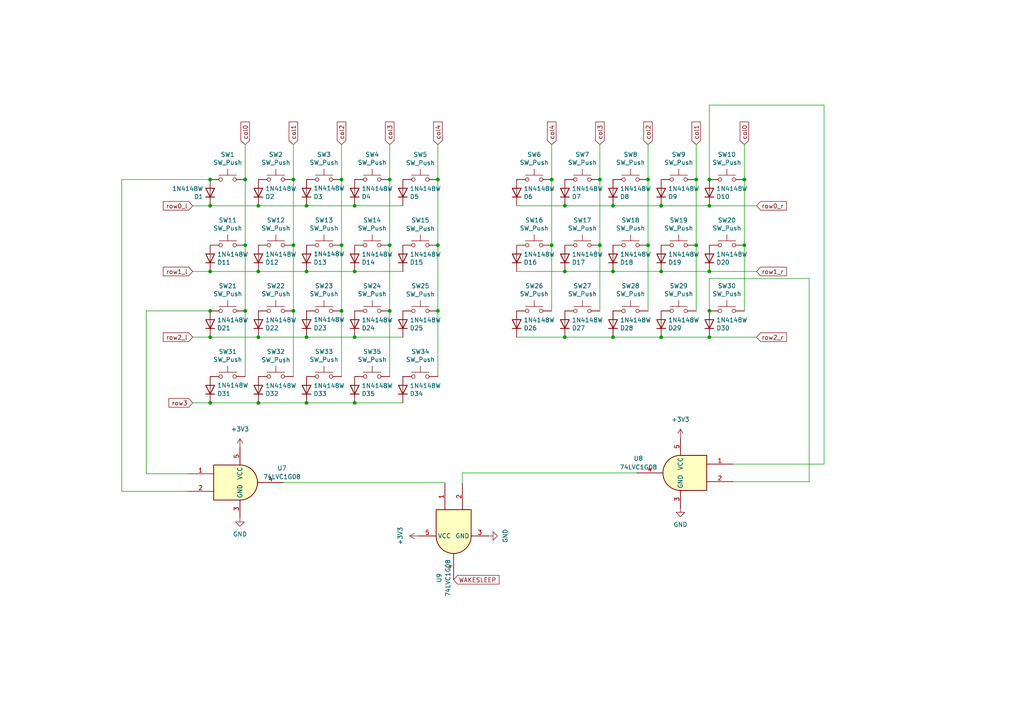
<source format=kicad_sch>
(kicad_sch (version 20230121) (generator eeschema)
  (paper "A4")
  (title_block (title "Hotswap Chiffre") (date "2023-07-13") (rev "0.2.2") (company "sporkus"))
  (lib_symbols
    (symbol "74xGxx:74LVC1G08"
      (property "Reference" "U" (at -5.08 7.62 0))
      (property "Value" "74LVC1G08" (at 7.62 -7.62 0))
      (symbol "74LVC1G08_0_1"
        (arc (start 0 -5.08) (mid 5.0579 0) (end 0 5.08) (stroke (width 0.254)) (fill (type background)))
        (polyline (pts (xy 0 -5.08) (xy -7.62 -5.08) (xy -7.62 5.08) (xy 0 5.08)) (stroke (width 0.254)) (fill (type background)))
      )
      (symbol "74LVC1G08_1_1"
        (pin input line (at -15.24 2.54 0) (length 7.62) (name "~") (number "1"))
        (pin input line (at -15.24 -2.54 0) (length 7.62) (name "~") (number "2"))
        (pin power_in line (at 0 -10.16 90) (length 5.08) (name "GND") (number "3"))
        (pin output line (at 12.7 0 180) (length 7.62) (name "~") (number "4"))
        (pin power_in line (at 0 10.16 270) (length 5.08) (name "VCC") (number "5"))
      )
    )
    (symbol "Diode:1N4148" (pin_numbers hide) (pin_names hide)
      (property "Reference" "D" (at 0 2.54 0))
      (property "Value" "1N4148" (at 0 -2.54 0))
      (symbol "1N4148_0_1"
        (polyline (pts (xy -1.27 1.27) (xy -1.27 -1.27)) (stroke (width 0.254)))
        (polyline (pts (xy 1.27 0) (xy -1.27 0)))
        (polyline (pts (xy 1.27 1.27) (xy 1.27 -1.27) (xy -1.27 0) (xy 1.27 1.27)) (stroke (width 0.254)))
      )
      (symbol "1N4148_1_1"
        (pin passive line (at -3.81 0 0) (length 2.54) (name "K") (number "1"))
        (pin passive line (at 3.81 0 180) (length 2.54) (name "A") (number "2"))
      )
    )
    (symbol "Switch:SW_Push" (pin_numbers hide) (pin_names (offset 1.016) hide)
      (property "Reference" "SW" (at 1.27 2.54 0))
      (property "Value" "SW_Push" (at 0 -1.524 0))
      (symbol "SW_Push_0_1"
        (circle (center -2.032 0) (radius 0.508))
        (polyline (pts (xy 0 1.27) (xy 0 3.048)))
        (polyline (pts (xy 2.54 1.27) (xy -2.54 1.27)))
        (circle (center 2.032 0) (radius 0.508))
        (pin passive line (at -5.08 0 0) (length 2.54) (name "1") (number "1"))
        (pin passive line (at 5.08 0 180) (length 2.54) (name "2") (number "2"))
      )
    )
    (symbol "power:+3V3" (power) (pin_names (offset 0))
      (property "Value" "+3V3" (at 0 3.556 0))
      (symbol "+3V3_0_1"
        (polyline (pts (xy -0.762 1.27) (xy 0 2.54)))
        (polyline (pts (xy 0 0) (xy 0 2.54)))
        (polyline (pts (xy 0 2.54) (xy 0.762 1.27)))
      )
      (symbol "+3V3_1_1"
        (pin power_in line (at 0 0 90) (length 0) hide (name "+3V3") (number "1"))
      )
    )
    (symbol "power:GND" (power) (pin_names (offset 0))
      (property "Value" "GND" (at 0 -3.81 0))
      (symbol "GND_0_1"
        (polyline (pts (xy 0 0) (xy 0 -1.27) (xy 1.27 -1.27) (xy 0 -2.54) (xy -1.27 -1.27) (xy 0 -1.27)))
      )
      (symbol "GND_1_1"
        (pin power_in line (at 0 0 270) (length 0) hide (name "GND") (number "1"))
      )
    )
  )
  (junction (at 187.96 52.07))
  (junction (at 102.87 78.74))
  (junction (at 191.77 97.79))
  (junction (at 160.02 71.12))
  (junction (at 160.02 52.07))
  (junction (at 205.74 90.17))
  (junction (at 205.74 52.07))
  (junction (at 74.93 59.69))
  (junction (at 127 90.17))
  (junction (at 127 71.12))
  (junction (at 205.74 78.74))
  (junction (at 163.83 97.79))
  (junction (at 60.96 116.84))
  (junction (at 88.9 97.79))
  (junction (at 74.93 116.84))
  (junction (at 113.03 52.07))
  (junction (at 74.93 97.79))
  (junction (at 71.12 71.12))
  (junction (at 191.77 78.74))
  (junction (at 177.8 59.69))
  (junction (at 187.96 71.12))
  (junction (at 99.06 52.07))
  (junction (at 60.96 90.17))
  (junction (at 215.9 71.12))
  (junction (at 85.09 71.12))
  (junction (at 88.9 116.84))
  (junction (at 205.74 97.79))
  (junction (at 60.96 78.74))
  (junction (at 102.87 59.69))
  (junction (at 201.93 71.12))
  (junction (at 71.12 90.17))
  (junction (at 60.96 52.07))
  (junction (at 99.06 90.17))
  (junction (at 60.96 59.69))
  (junction (at 163.83 59.69))
  (junction (at 205.74 59.69))
  (junction (at 88.9 78.74))
  (junction (at 60.96 97.79))
  (junction (at 71.12 52.07))
  (junction (at 191.77 59.69))
  (junction (at 74.93 78.74))
  (junction (at 173.99 71.12))
  (junction (at 88.9 59.69))
  (junction (at 85.09 52.07))
  (junction (at 215.9 52.07))
  (junction (at 113.03 90.17))
  (junction (at 173.99 52.07))
  (junction (at 201.93 52.07))
  (junction (at 177.8 97.79))
  (junction (at 113.03 71.12))
  (junction (at 127 52.07))
  (junction (at 102.87 116.84))
  (junction (at 99.06 71.12))
  (junction (at 163.83 78.74))
  (junction (at 102.87 97.79))
  (junction (at 85.09 90.17))
  (junction (at 177.8 78.74))
  (wire (pts (xy 149.86 59.69) (xy 163.83 59.69)))
  (wire (pts (xy 113.03 52.07) (xy 113.03 71.12)))
  (wire (pts (xy 163.83 59.69) (xy 177.8 59.69)))
  (wire (pts (xy 127 71.12) (xy 127 90.17)))
  (wire (pts (xy 102.87 97.79) (xy 116.84 97.79)))
  (wire (pts (xy 99.06 41.91) (xy 99.06 52.07)))
  (wire (pts (xy 42.418 137.414) (xy 54.356 137.414)))
  (wire (pts (xy 160.02 52.07) (xy 160.02 71.12)))
  (wire (pts (xy 127 41.91) (xy 127 52.07)))
  (wire (pts (xy 60.96 90.17) (xy 42.418 90.17)))
  (wire (pts (xy 42.418 90.17) (xy 42.418 137.414)))
  (wire (pts (xy 191.77 97.79) (xy 205.74 97.79)))
  (wire (pts (xy 201.93 52.07) (xy 201.93 71.12)))
  (wire (pts (xy 85.09 71.12) (xy 85.09 90.17)))
  (wire (pts (xy 71.12 90.17) (xy 71.12 109.22)))
  (wire (pts (xy 205.74 90.17) (xy 205.74 80.772)))
  (wire (pts (xy 71.12 71.12) (xy 71.12 90.17)))
  (wire (pts (xy 173.99 41.91) (xy 173.99 52.07)))
  (wire (pts (xy 173.99 52.07) (xy 173.99 71.12)))
  (wire (pts (xy 127 90.17) (xy 127 109.22)))
  (wire (pts (xy 187.96 41.91) (xy 187.96 52.07)))
  (wire (pts (xy 205.74 52.07) (xy 205.74 30.48)))
  (wire (pts (xy 102.87 116.84) (xy 116.84 116.84)))
  (wire (pts (xy 212.598 134.62) (xy 239.014 134.62)))
  (wire (pts (xy 35.306 52.07) (xy 35.306 142.494)))
  (wire (pts (xy 74.93 78.74) (xy 88.9 78.74)))
  (wire (pts (xy 60.96 52.07) (xy 35.306 52.07)))
  (wire (pts (xy 113.03 41.91) (xy 113.03 52.07)))
  (wire (pts (xy 149.86 78.74) (xy 163.83 78.74)))
  (wire (pts (xy 55.88 97.79) (xy 60.96 97.79)))
  (wire (pts (xy 234.696 139.7) (xy 212.598 139.7)))
  (wire (pts (xy 163.83 97.79) (xy 177.8 97.79)))
  (wire (pts (xy 215.9 71.12) (xy 215.9 90.17)))
  (wire (pts (xy 215.9 41.91) (xy 215.9 52.07)))
  (wire (pts (xy 74.93 116.84) (xy 88.9 116.84)))
  (wire (pts (xy 160.02 71.12) (xy 160.02 90.17)))
  (wire (pts (xy 55.88 116.84) (xy 60.96 116.84)))
  (wire (pts (xy 55.88 78.74) (xy 60.96 78.74)))
  (wire (pts (xy 60.96 116.84) (xy 74.93 116.84)))
  (wire (pts (xy 74.93 59.69) (xy 88.9 59.69)))
  (wire (pts (xy 113.03 71.12) (xy 113.03 90.17)))
  (wire (pts (xy 191.77 59.69) (xy 205.74 59.69)))
  (wire (pts (xy 201.93 71.12) (xy 201.93 90.17)))
  (wire (pts (xy 88.9 59.69) (xy 102.87 59.69)))
  (wire (pts (xy 102.87 78.74) (xy 116.84 78.74)))
  (wire (pts (xy 215.9 52.07) (xy 215.9 71.12)))
  (wire (pts (xy 88.9 97.79) (xy 102.87 97.79)))
  (wire (pts (xy 187.96 52.07) (xy 187.96 71.12)))
  (wire (pts (xy 60.96 97.79) (xy 74.93 97.79)))
  (wire (pts (xy 85.09 90.17) (xy 85.09 109.22)))
  (wire (pts (xy 177.8 97.79) (xy 191.77 97.79)))
  (wire (pts (xy 99.06 90.17) (xy 99.06 109.22)))
  (wire (pts (xy 234.696 80.772) (xy 234.696 139.7)))
  (wire (pts (xy 173.99 71.12) (xy 173.99 90.17)))
  (wire (pts (xy 184.658 137.16) (xy 134.112 137.16)))
  (wire (pts (xy 187.96 71.12) (xy 187.96 90.17)))
  (wire (pts (xy 85.09 41.91) (xy 85.09 52.07)))
  (wire (pts (xy 205.74 30.48) (xy 239.014 30.48)))
  (wire (pts (xy 160.02 41.91) (xy 160.02 52.07)))
  (wire (pts (xy 71.12 52.07) (xy 71.12 71.12)))
  (wire (pts (xy 85.09 52.07) (xy 85.09 71.12)))
  (wire (pts (xy 239.014 30.48) (xy 239.014 134.62)))
  (wire (pts (xy 88.9 78.74) (xy 102.87 78.74)))
  (wire (pts (xy 60.96 59.69) (xy 74.93 59.69)))
  (wire (pts (xy 127 52.07) (xy 127 71.12)))
  (wire (pts (xy 99.06 52.07) (xy 99.06 71.12)))
  (wire (pts (xy 163.83 78.74) (xy 177.8 78.74)))
  (wire (pts (xy 205.74 80.772) (xy 234.696 80.772)))
  (wire (pts (xy 129.032 139.954) (xy 129.032 140.208)))
  (wire (pts (xy 201.93 41.91) (xy 201.93 52.07)))
  (wire (pts (xy 99.06 71.12) (xy 99.06 90.17)))
  (wire (pts (xy 191.77 78.74) (xy 205.74 78.74)))
  (wire (pts (xy 177.8 59.69) (xy 191.77 59.69)))
  (wire (pts (xy 71.12 52.07) (xy 71.12 41.91)))
  (wire (pts (xy 205.74 59.69) (xy 219.456 59.69)))
  (wire (pts (xy 134.112 137.16) (xy 134.112 140.208)))
  (wire (pts (xy 149.86 97.79) (xy 163.83 97.79)))
  (wire (pts (xy 35.306 142.494) (xy 54.356 142.494)))
  (wire (pts (xy 113.03 90.17) (xy 113.03 109.22)))
  (wire (pts (xy 177.8 78.74) (xy 191.77 78.74)))
  (wire (pts (xy 205.74 78.74) (xy 219.456 78.74)))
  (wire (pts (xy 205.74 97.79) (xy 219.456 97.79)))
  (wire (pts (xy 60.96 78.74) (xy 74.93 78.74)))
  (wire (pts (xy 88.9 116.84) (xy 102.87 116.84)))
  (wire (pts (xy 74.93 97.79) (xy 88.9 97.79)))
  (wire (pts (xy 82.296 139.954) (xy 129.032 139.954)))
  (wire (pts (xy 102.87 59.69) (xy 116.84 59.69)))
  (wire (pts (xy 55.88 59.69) (xy 60.96 59.69)))
  (global_label "col2" (shape input) (at 187.96 41.91 90) (property "Intersheetrefs" "${INTERSHEET_REFS}" (effects hide)))
  (global_label "col2" (shape input) (at 99.06 41.91 90) (property "Intersheetrefs" "${INTERSHEET_REFS}" (effects hide)))
  (global_label "col1" (shape input) (at 201.93 41.91 90) (property "Intersheetrefs" "${INTERSHEET_REFS}" (effects hide)))
  (global_label "col0" (shape input) (at 71.12 41.91 90) (property "Intersheetrefs" "${INTERSHEET_REFS}" (effects hide)))
  (global_label "col3" (shape input) (at 113.03 41.91 90) (property "Intersheetrefs" "${INTERSHEET_REFS}" (effects hide)))
  (global_label "col4" (shape input) (at 127 41.91 90) (property "Intersheetrefs" "${INTERSHEET_REFS}" (effects hide)))
  (global_label "row1_r" (shape input) (at 219.456 78.74 0) (property "Intersheetrefs" "${INTERSHEET_REFS}" (effects hide)))
  (global_label "row1_l" (shape input) (at 55.88 78.74 180) (property "Intersheetrefs" "${INTERSHEET_REFS}" (effects hide)))
  (global_label "row2_l" (shape input) (at 55.88 97.79 180) (property "Intersheetrefs" "${INTERSHEET_REFS}" (effects hide)))
  (global_label "row3" (shape input) (at 55.88 116.84 180) (property "Intersheetrefs" "${INTERSHEET_REFS}" (effects hide)))
  (global_label "row2_r" (shape input) (at 219.456 97.79 0) (property "Intersheetrefs" "${INTERSHEET_REFS}" (effects hide)))
  (global_label "col1" (shape input) (at 85.09 41.91 90) (property "Intersheetrefs" "${INTERSHEET_REFS}" (effects hide)))
  (global_label "WAKESLEEP" (shape input) (at 131.572 168.148 0) (property "Intersheetrefs" "${INTERSHEET_REFS}" (effects hide)))
  (global_label "col4" (shape input) (at 160.02 41.91 90) (property "Intersheetrefs" "${INTERSHEET_REFS}" (effects hide)))
  (global_label "row0_l" (shape input) (at 55.88 59.69 180) (property "Intersheetrefs" "${INTERSHEET_REFS}" (effects hide)))
  (global_label "col0" (shape input) (at 215.9 41.91 90) (property "Intersheetrefs" "${INTERSHEET_REFS}" (effects hide)))
  (global_label "col3" (shape input) (at 173.99 41.91 90) (property "Intersheetrefs" "${INTERSHEET_REFS}" (effects hide)))
  (global_label "row0_r" (shape input) (at 219.456 59.69 0) (property "Intersheetrefs" "${INTERSHEET_REFS}" (effects hide)))
  (symbol (lib_id "power:+3V3") (at 197.358 127 0) (mirror y) (unit 1)
    (property "Reference" "#PWR052" (effects hide))
    (property "Value" "+3V3" (at 197.358 121.666 0))
  )
  (symbol (lib_id "Diode:1N4148") (at 205.74 74.93 270) (mirror x) (unit 1)
    (property "Reference" "D20" (at 207.7466 76.0984 90) (effects (justify left)))
    (property "Value" "1N4148W" (at 207.7466 73.787 90) (effects (justify left)))
    (property "Footprint" "Diode_SMD:D_SOD-123" (effects hide))
    (property "Datasheet" "https://assets.nexperia.com/documents/data-sheet/1N4148_1N4448.pdf" (effects hide))
    (property "JlcRotOffset" "-14" (effects hide))
    (property "MPN" "1N4148W" (effects hide))
    (property "LCSC" "C908248" (effects hide))
    (instances (project "stm32_hotswap_chiffre" (path "" (reference "D20") (unit 1))) (project "LeChiffre" (path "" (reference "D?") (unit 1))))
  )
  (symbol (lib_id "Diode:1N4148") (at 102.87 74.93 270) (mirror x) (unit 1)
    (property "Reference" "D14" (at 104.8766 76.0984 90) (effects (justify left)))
    (property "Value" "1N4148W" (at 104.8766 73.787 90) (effects (justify left)))
    (property "Footprint" "Diode_SMD:D_SOD-123" (effects hide))
    (property "Datasheet" "https://assets.nexperia.com/documents/data-sheet/1N4148_1N4448.pdf" (effects hide))
    (property "JlcRotOffset" "14" (effects hide))
    (property "MPN" "1N4148W" (effects hide))
    (property "LCSC" "C908248" (effects hide))
    (instances (project "stm32_hotswap_chiffre" (path "" (reference "D14") (unit 1))) (project "LeChiffre" (path "" (reference "D?") (unit 1))))
  )
  (symbol (lib_id "74xGxx:74LVC1G08") (at 69.596 139.954 0) (unit 1)
    (property "Reference" "U7" (at 81.788 135.7631 0))
    (property "Value" "74LVC1G08" (at 81.788 138.3031 0))
    (property "Footprint" "Package_TO_SOT_SMD:SOT-23-5_HandSoldering" (effects hide))
    (property "Datasheet" "https://www.ti.com/lit/ds/symlink/sn74lvc1g08.pdf" (effects hide))
    (property "MPN" "SN74LVC1G08DBVR" (effects hide))
    (property "LCSC" "C7666" (effects hide))
  )
  (symbol (lib_id "Diode:1N4148") (at 102.87 113.03 270) (mirror x) (unit 1)
    (property "Reference" "D35" (at 104.8766 114.1984 90) (effects (justify left)))
    (property "Value" "1N4148W" (at 104.8766 111.887 90) (effects (justify left)))
    (property "Footprint" "Diode_SMD:D_SOD-123" (effects hide))
    (property "Datasheet" "https://assets.nexperia.com/documents/data-sheet/1N4148_1N4448.pdf" (effects hide))
    (property "JlcRotOffset" "-14" (effects hide))
    (property "MPN" "1N4148W" (effects hide))
    (property "LCSC" "C908248" (effects hide))
    (instances (project "stm32_hotswap_chiffre" (path "" (reference "D35") (unit 1))) (project "LeChiffre" (path "" (reference "D?") (unit 1))))
  )
  (symbol (lib_id "Switch:SW_Push") (at 80.01 90.17 0) (unit 1)
    (property "Reference" "SW22" (at 80.01 82.931 0))
    (property "Value" "SW_Push" (at 80.01 85.2424 0))
    (property "Footprint" "MX_hotswap_alps:MX-Hotswap-Alps-1U" (effects hide))
    (property "exclude_pcba" "true" (effects hide))
    (instances (project "stm32_hotswap_chiffre" (path "" (reference "SW22") (unit 1))) (project "LeChiffre" (path "" (reference "SW?") (unit 1))))
  )
  (symbol (lib_id "Diode:1N4148") (at 116.84 55.88 270) (mirror x) (unit 1)
    (property "Reference" "D5" (at 118.8466 57.0484 90) (effects (justify left)))
    (property "Value" "1N4148W" (at 118.8466 54.737 90) (effects (justify left)))
    (property "Footprint" "Diode_SMD:D_SOD-123" (effects hide))
    (property "Datasheet" "https://assets.nexperia.com/documents/data-sheet/1N4148_1N4448.pdf" (effects hide))
    (property "JlcRotOffset" "14" (effects hide))
    (property "MPN" "1N4148W" (effects hide))
    (property "LCSC" "C908248" (effects hide))
    (instances (project "stm32_hotswap_chiffre" (path "" (reference "D5") (unit 1))) (project "LeChiffre" (path "" (reference "D?") (unit 1))))
  )
  (symbol (lib_id "Diode:1N4148") (at 88.9 93.98 270) (mirror x) (unit 1)
    (property "Reference" "D23" (at 90.9066 95.1484 90) (effects (justify left)))
    (property "Value" "1N4148W" (at 90.932 92.71 90) (effects (justify left)))
    (property "Footprint" "Diode_SMD:D_SOD-123" (effects hide))
    (property "Datasheet" "https://assets.nexperia.com/documents/data-sheet/1N4148_1N4448.pdf" (effects hide))
    (property "JlcRotOffset" "14" (effects hide))
    (property "MPN" "1N4148W" (effects hide))
    (property "LCSC" "C908248" (effects hide))
    (instances (project "stm32_hotswap_chiffre" (path "" (reference "D23") (unit 1))) (project "LeChiffre" (path "" (reference "D?") (unit 1))))
  )
  (symbol (lib_id "Diode:1N4148") (at 74.93 74.93 270) (mirror x) (unit 1)
    (property "Reference" "D12" (at 76.9366 76.0984 90) (effects (justify left)))
    (property "Value" "1N4148W" (at 76.9366 73.787 90) (effects (justify left)))
    (property "Footprint" "Diode_SMD:D_SOD-123" (effects hide))
    (property "Datasheet" "https://assets.nexperia.com/documents/data-sheet/1N4148_1N4448.pdf" (effects hide))
    (property "JlcRotOffset" "14" (effects hide))
    (property "MPN" "1N4148W" (effects hide))
    (property "LCSC" "C908248" (effects hide))
    (instances (project "stm32_hotswap_chiffre" (path "" (reference "D12") (unit 1))) (project "LeChiffre" (path "" (reference "D?") (unit 1))))
  )
  (symbol (lib_id "Switch:SW_Push") (at 196.85 71.12 0) (unit 1)
    (property "Reference" "SW19" (at 196.85 63.881 0))
    (property "Value" "SW_Push" (at 196.85 66.1924 0))
    (property "Footprint" "MX_hotswap_alps:MX-Hotswap-Alps-1U" (effects hide))
    (property "exclude_pcba" "true" (effects hide))
    (instances (project "stm32_hotswap_chiffre" (path "" (reference "SW19") (unit 1))) (project "LeChiffre" (path "" (reference "SW?") (unit 1))))
  )
  (symbol (lib_id "Diode:1N4148") (at 116.84 113.03 270) (mirror x) (unit 1)
    (property "Reference" "D34" (at 118.8466 114.1984 90) (effects (justify left)))
    (property "Value" "1N4148W" (at 118.8466 111.887 90) (effects (justify left)))
    (property "Footprint" "Diode_SMD:D_SOD-123" (effects hide))
    (property "Datasheet" "https://assets.nexperia.com/documents/data-sheet/1N4148_1N4448.pdf" (effects hide))
    (property "JlcRotOffset" "-14" (effects hide))
    (property "MPN" "1N4148W" (effects hide))
    (property "LCSC" "C908248" (effects hide))
    (instances (project "stm32_hotswap_chiffre" (path "" (reference "D34") (unit 1))) (project "LeChiffre" (path "" (reference "D?") (unit 1))))
  )
  (symbol (lib_id "Switch:SW_Push") (at 121.92 71.12 0) (unit 1)
    (property "Reference" "SW15" (at 121.92 63.881 0))
    (property "Value" "SW_Push" (at 121.92 66.294 0))
    (property "Footprint" "MX_hotswap_alps:MX-Hotswap-Alps-1U" (effects hide))
    (property "exclude_pcba" "true" (effects hide))
    (instances (project "stm32_hotswap_chiffre" (path "" (reference "SW15") (unit 1))) (project "LeChiffre" (path "" (reference "SW?") (unit 1))))
  )
  (symbol (lib_id "Diode:1N4148") (at 177.8 93.98 270) (mirror x) (unit 1)
    (property "Reference" "D28" (at 179.8066 95.1484 90) (effects (justify left)))
    (property "Value" "1N4148W" (at 179.8066 92.837 90) (effects (justify left)))
    (property "Footprint" "Diode_SMD:D_SOD-123" (effects hide))
    (property "Datasheet" "https://assets.nexperia.com/documents/data-sheet/1N4148_1N4448.pdf" (effects hide))
    (property "JlcRotOffset" "-14" (effects hide))
    (property "MPN" "1N4148W" (effects hide))
    (property "LCSC" "C908248" (effects hide))
    (instances (project "stm32_hotswap_chiffre" (path "" (reference "D28") (unit 1))) (project "LeChiffre" (path "" (reference "D?") (unit 1))))
  )
  (symbol (lib_id "Diode:1N4148") (at 88.9 113.03 270) (mirror x) (unit 1)
    (property "Reference" "D33" (at 90.9066 114.1984 90) (effects (justify left)))
    (property "Value" "1N4148W" (at 90.9066 111.887 90) (effects (justify left)))
    (property "Footprint" "Diode_SMD:D_SOD-123" (effects hide))
    (property "Datasheet" "https://assets.nexperia.com/documents/data-sheet/1N4148_1N4448.pdf" (effects hide))
    (property "JlcRotOffset" "-14" (effects hide))
    (property "MPN" "1N4148W" (effects hide))
    (property "LCSC" "C908248" (effects hide))
    (instances (project "stm32_hotswap_chiffre" (path "" (reference "D33") (unit 1))) (project "LeChiffre" (path "" (reference "D?") (unit 1))))
  )
  (symbol (lib_id "Switch:SW_Push") (at 182.88 71.12 0) (unit 1)
    (property "Reference" "SW18" (at 182.88 63.881 0))
    (property "Value" "SW_Push" (at 182.88 66.1924 0))
    (property "Footprint" "MX_hotswap_alps:MX-Hotswap-Alps-1U" (effects hide))
    (property "exclude_pcba" "true" (effects hide))
    (instances (project "stm32_hotswap_chiffre" (path "" (reference "SW18") (unit 1))) (project "LeChiffre" (path "" (reference "SW?") (unit 1))))
  )
  (symbol (lib_id "Switch:SW_Push") (at 107.95 109.22 0) (unit 1)
    (property "Reference" "SW35" (at 107.95 101.981 0))
    (property "Value" "SW_Push" (at 107.95 104.2924 0))
    (property "Footprint" "MX_hotswap_alps:MX-Hotswap-Alps-2U" (effects hide))
    (property "exclude_pcba" "true" (effects hide))
    (instances (project "stm32_hotswap_chiffre" (path "" (reference "SW35") (unit 1))) (project "LeChiffre" (path "" (reference "SW?") (unit 1))))
  )
  (symbol (lib_id "Switch:SW_Push") (at 168.91 90.17 0) (unit 1)
    (property "Reference" "SW27" (at 168.91 82.931 0))
    (property "Value" "SW_Push" (at 168.91 85.2424 0))
    (property "Footprint" "MX_hotswap_alps:MX-Hotswap-Alps-1U" (effects hide))
    (property "exclude_pcba" "true" (effects hide))
    (instances (project "stm32_hotswap_chiffre" (path "" (reference "SW27") (unit 1))) (project "LeChiffre" (path "" (reference "SW?") (unit 1))))
  )
  (symbol (lib_id "Switch:SW_Push") (at 210.82 52.07 0) (unit 1)
    (property "Reference" "SW10" (at 210.82 44.831 0))
    (property "Value" "SW_Push" (at 210.82 47.1424 0))
    (property "Footprint" "MX_hotswap_alps:MX-Hotswap-Alps-1U" (effects hide))
    (property "exclude_pcba" "true" (effects hide))
    (instances (project "stm32_hotswap_chiffre" (path "" (reference "SW10") (unit 1))) (project "LeChiffre" (path "" (reference "SW?") (unit 1))))
  )
  (symbol (lib_id "Diode:1N4148") (at 149.86 93.98 270) (mirror x) (unit 1)
    (property "Reference" "D26" (at 151.8666 95.1484 90) (effects (justify left)))
    (property "Value" "1N4148W" (at 151.8666 92.837 90) (effects (justify left)))
    (property "Footprint" "Diode_SMD:D_SOD-123" (effects hide))
    (property "Datasheet" "https://assets.nexperia.com/documents/data-sheet/1N4148_1N4448.pdf" (effects hide))
    (property "JlcRotOffset" "-14" (effects hide))
    (property "MPN" "1N4148W" (effects hide))
    (property "LCSC" "C908248" (effects hide))
    (instances (project "stm32_hotswap_chiffre" (path "" (reference "D26") (unit 1))) (project "LeChiffre" (path "" (reference "D?") (unit 1))))
  )
  (symbol (lib_id "Switch:SW_Push") (at 93.98 71.12 0) (unit 1)
    (property "Reference" "SW13" (at 93.98 63.881 0))
    (property "Value" "SW_Push" (at 93.98 66.1924 0))
    (property "Footprint" "MX_hotswap_alps:MX-Hotswap-Alps-1U" (effects hide))
    (property "exclude_pcba" "true" (effects hide))
    (instances (project "stm32_hotswap_chiffre" (path "" (reference "SW13") (unit 1))) (project "LeChiffre" (path "" (reference "SW?") (unit 1))))
  )
  (symbol (lib_id "74xGxx:74LVC1G08") (at 131.572 155.448 90) (mirror x) (unit 1)
    (property "Reference" "U9" (at 127.3811 167.64 0))
    (property "Value" "74LVC1G08" (at 129.9211 167.64 0))
    (property "Footprint" "Package_TO_SOT_SMD:SOT-23-5_HandSoldering" (effects hide))
    (property "Datasheet" "https://www.ti.com/lit/ds/symlink/sn74lvc1g08.pdf" (effects hide))
    (property "MPN" "SN74LVC1G08DBVR" (effects hide))
    (property "LCSC" "C7666" (effects hide))
  )
  (symbol (lib_id "Switch:SW_Push") (at 107.95 71.12 0) (unit 1)
    (property "Reference" "SW14" (at 107.95 63.881 0))
    (property "Value" "SW_Push" (at 107.95 66.1924 0))
    (property "Footprint" "MX_hotswap_alps:MX-Hotswap-Alps-1U" (effects hide))
    (property "exclude_pcba" "true" (effects hide))
    (instances (project "stm32_hotswap_chiffre" (path "" (reference "SW14") (unit 1))) (project "LeChiffre" (path "" (reference "SW?") (unit 1))))
  )
  (symbol (lib_id "Switch:SW_Push") (at 107.95 90.17 0) (unit 1)
    (property "Reference" "SW24" (at 107.95 82.931 0))
    (property "Value" "SW_Push" (at 107.95 85.2424 0))
    (property "Footprint" "MX_hotswap_alps:MX-Hotswap-Alps-1U" (effects hide))
    (property "exclude_pcba" "true" (effects hide))
    (instances (project "stm32_hotswap_chiffre" (path "" (reference "SW24") (unit 1))) (project "LeChiffre" (path "" (reference "SW?") (unit 1))))
  )
  (symbol (lib_id "Switch:SW_Push") (at 66.04 52.07 0) (unit 1)
    (property "Reference" "SW1" (at 66.04 44.831 0))
    (property "Value" "SW_Push" (at 66.04 47.1424 0))
    (property "Footprint" "MX_hotswap_alps:MX-Hotswap-Alps-1U" (effects hide))
    (property "exclude_pcba" "true" (effects hide))
    (instances (project "stm32_hotswap_chiffre" (path "" (reference "SW1") (unit 1))) (project "LeChiffre" (path "" (reference "SW?") (unit 1))))
  )
  (symbol (lib_id "Switch:SW_Push") (at 80.01 52.07 0) (unit 1)
    (property "Reference" "SW2" (at 80.01 44.831 0))
    (property "Value" "SW_Push" (at 80.01 47.1424 0))
    (property "Footprint" "MX_hotswap_alps:MX-Hotswap-Alps-1U" (effects hide))
    (property "exclude_pcba" "true" (effects hide))
    (instances (project "stm32_hotswap_chiffre" (path "" (reference "SW2") (unit 1))) (project "LeChiffre" (path "" (reference "SW?") (unit 1))))
  )
  (symbol (lib_id "Switch:SW_Push") (at 196.85 90.17 0) (unit 1)
    (property "Reference" "SW29" (at 196.85 82.931 0))
    (property "Value" "SW_Push" (at 196.85 85.2424 0))
    (property "Footprint" "MX_hotswap_alps:MX-Hotswap-Alps-1U" (effects hide))
    (property "exclude_pcba" "true" (effects hide))
    (instances (project "stm32_hotswap_chiffre" (path "" (reference "SW29") (unit 1))) (project "LeChiffre" (path "" (reference "SW?") (unit 1))))
  )
  (symbol (lib_id "power:+3V3") (at 69.596 129.794 0) (unit 1)
    (property "Reference" "#PWR050" (effects hide))
    (property "Value" "+3V3" (at 69.596 124.46 0))
  )
  (symbol (lib_id "Diode:1N4148") (at 88.9 74.93 270) (mirror x) (unit 1)
    (property "Reference" "D13" (at 90.9066 76.0984 90) (effects (justify left)))
    (property "Value" "1N4148W" (at 90.932 73.66 90) (effects (justify left)))
    (property "Footprint" "Diode_SMD:D_SOD-123" (effects hide))
    (property "Datasheet" "https://assets.nexperia.com/documents/data-sheet/1N4148_1N4448.pdf" (effects hide))
    (property "JlcRotOffset" "14" (effects hide))
    (property "MPN" "1N4148W" (effects hide))
    (property "LCSC" "C908248" (effects hide))
    (instances (project "stm32_hotswap_chiffre" (path "" (reference "D13") (unit 1))) (project "LeChiffre" (path "" (reference "D?") (unit 1))))
  )
  (symbol (lib_id "Switch:SW_Push") (at 154.94 71.12 0) (unit 1)
    (property "Reference" "SW16" (at 154.94 63.881 0))
    (property "Value" "SW_Push" (at 154.94 66.1924 0))
    (property "Footprint" "MX_hotswap_alps:MX-Hotswap-Alps-1U" (effects hide))
    (property "exclude_pcba" "true" (effects hide))
    (instances (project "stm32_hotswap_chiffre" (path "" (reference "SW16") (unit 1))) (project "LeChiffre" (path "" (reference "SW?") (unit 1))))
  )
  (symbol (lib_id "power:GND") (at 141.732 155.448 90) (mirror x) (unit 1)
    (property "Reference" "#PWR055" (effects hide))
    (property "Value" "GND" (at 146.558 155.448 0))
  )
  (symbol (lib_id "Switch:SW_Push") (at 168.91 52.07 0) (unit 1)
    (property "Reference" "SW7" (at 168.91 44.831 0))
    (property "Value" "SW_Push" (at 168.91 47.1424 0))
    (property "Footprint" "MX_hotswap_alps:MX-Hotswap-Alps-1U" (effects hide))
    (property "exclude_pcba" "true" (effects hide))
    (instances (project "stm32_hotswap_chiffre" (path "" (reference "SW7") (unit 1))) (project "LeChiffre" (path "" (reference "SW?") (unit 1))))
  )
  (symbol (lib_id "74xGxx:74LVC1G08") (at 197.358 137.16 0) (mirror y) (unit 1)
    (property "Reference" "U8" (at 185.166 132.9691 0))
    (property "Value" "74LVC1G08" (at 185.166 135.5091 0))
    (property "Footprint" "Package_TO_SOT_SMD:SOT-23-5_HandSoldering" (effects hide))
    (property "Datasheet" "https://www.ti.com/lit/ds/symlink/sn74lvc1g08.pdf" (effects hide))
    (property "MPN" "SN74LVC1G08DBVR" (effects hide))
    (property "LCSC" "C7666" (effects hide))
  )
  (symbol (lib_id "Switch:SW_Push") (at 93.98 109.22 0) (unit 1)
    (property "Reference" "SW33" (at 93.98 101.981 0))
    (property "Value" "SW_Push" (at 93.98 104.2924 0))
    (property "Footprint" "MX_hotswap_alps:MX-Hotswap-Alps-1U" (effects hide))
    (property "exclude_pcba" "true" (effects hide))
    (instances (project "stm32_hotswap_chiffre" (path "" (reference "SW33") (unit 1))) (project "LeChiffre" (path "" (reference "SW?") (unit 1))))
  )
  (symbol (lib_id "Switch:SW_Push") (at 121.92 52.07 0) (unit 1)
    (property "Reference" "SW5" (at 121.92 44.831 0))
    (property "Value" "SW_Push" (at 121.92 47.244 0))
    (property "Footprint" "MX_hotswap_alps:MX-Hotswap-Alps-1U" (effects hide))
    (property "exclude_pcba" "true" (effects hide))
    (instances (project "stm32_hotswap_chiffre" (path "" (reference "SW5") (unit 1))) (project "LeChiffre" (path "" (reference "SW?") (unit 1))))
  )
  (symbol (lib_id "Switch:SW_Push") (at 80.01 109.22 0) (unit 1)
    (property "Reference" "SW32" (at 80.01 101.981 0))
    (property "Value" "SW_Push" (at 80.01 104.394 0))
    (property "Footprint" "MX_hotswap_alps:MX-Hotswap-Alps-2U" (effects hide))
    (property "exclude_pcba" "true" (effects hide))
    (instances (project "stm32_hotswap_chiffre" (path "" (reference "SW32") (unit 1))) (project "LeChiffre" (path "" (reference "SW?") (unit 1))))
  )
  (symbol (lib_id "Diode:1N4148") (at 74.93 113.03 270) (mirror x) (unit 1)
    (property "Reference" "D32" (at 76.9366 114.1984 90) (effects (justify left)))
    (property "Value" "1N4148W" (at 76.9366 111.887 90) (effects (justify left)))
    (property "Footprint" "Diode_SMD:D_SOD-123" (effects hide))
    (property "Datasheet" "https://assets.nexperia.com/documents/data-sheet/1N4148_1N4448.pdf" (effects hide))
    (property "JlcRotOffset" "14" (effects hide))
    (property "MPN" "1N4148W" (effects hide))
    (property "LCSC" "C908248" (effects hide))
    (instances (project "stm32_hotswap_chiffre" (path "" (reference "D32") (unit 1))) (project "LeChiffre" (path "" (reference "D?") (unit 1))))
  )
  (symbol (lib_id "Diode:1N4148") (at 163.83 55.88 270) (mirror x) (unit 1)
    (property "Reference" "D7" (at 165.8366 57.0484 90) (effects (justify left)))
    (property "Value" "1N4148W" (at 165.8366 54.737 90) (effects (justify left)))
    (property "Footprint" "Diode_SMD:D_SOD-123" (effects hide))
    (property "Datasheet" "https://assets.nexperia.com/documents/data-sheet/1N4148_1N4448.pdf" (effects hide))
    (property "JlcRotOffset" "-14" (effects hide))
    (property "MPN" "1N4148W" (effects hide))
    (property "LCSC" "C908248" (effects hide))
    (instances (project "stm32_hotswap_chiffre" (path "" (reference "D7") (unit 1))) (project "LeChiffre" (path "" (reference "D?") (unit 1))))
  )
  (symbol (lib_id "Diode:1N4148") (at 102.87 93.98 270) (mirror x) (unit 1)
    (property "Reference" "D24" (at 104.8766 95.1484 90) (effects (justify left)))
    (property "Value" "1N4148W" (at 104.8766 92.837 90) (effects (justify left)))
    (property "Footprint" "Diode_SMD:D_SOD-123" (effects hide))
    (property "Datasheet" "https://assets.nexperia.com/documents/data-sheet/1N4148_1N4448.pdf" (effects hide))
    (property "JlcRotOffset" "14" (effects hide))
    (property "MPN" "1N4148W" (effects hide))
    (property "LCSC" "C908248" (effects hide))
    (instances (project "stm32_hotswap_chiffre" (path "" (reference "D24") (unit 1))) (project "LeChiffre" (path "" (reference "D?") (unit 1))))
  )
  (symbol (lib_id "Switch:SW_Push") (at 154.94 52.07 0) (unit 1)
    (property "Reference" "SW6" (at 154.94 44.831 0))
    (property "Value" "SW_Push" (at 154.94 47.1424 0))
    (property "Footprint" "MX_hotswap_alps:MX-Hotswap-Alps-1U" (effects hide))
    (property "exclude_pcba" "true" (effects hide))
    (instances (project "stm32_hotswap_chiffre" (path "" (reference "SW6") (unit 1))) (project "LeChiffre" (path "" (reference "SW?") (unit 1))))
  )
  (symbol (lib_id "Diode:1N4148") (at 74.93 93.98 270) (mirror x) (unit 1)
    (property "Reference" "D22" (at 76.9366 95.1484 90) (effects (justify left)))
    (property "Value" "1N4148W" (at 76.9366 92.837 90) (effects (justify left)))
    (property "Footprint" "Diode_SMD:D_SOD-123" (effects hide))
    (property "Datasheet" "https://assets.nexperia.com/documents/data-sheet/1N4148_1N4448.pdf" (effects hide))
    (property "JlcRotOffset" "14" (effects hide))
    (property "MPN" "1N4148W" (effects hide))
    (property "LCSC" "C908248" (effects hide))
    (instances (project "stm32_hotswap_chiffre" (path "" (reference "D22") (unit 1))) (project "LeChiffre" (path "" (reference "D?") (unit 1))))
  )
  (symbol (lib_id "Switch:SW_Push") (at 66.04 71.12 0) (unit 1)
    (property "Reference" "SW11" (at 66.04 63.881 0))
    (property "Value" "SW_Push" (at 66.04 66.1924 0))
    (property "Footprint" "MX_hotswap_alps:MX-Hotswap-Alps-1U" (effects hide))
    (property "exclude_pcba" "true" (effects hide))
    (instances (project "stm32_hotswap_chiffre" (path "" (reference "SW11") (unit 1))) (project "LeChiffre" (path "" (reference "SW?") (unit 1))))
  )
  (symbol (lib_id "Diode:1N4148") (at 163.83 74.93 270) (mirror x) (unit 1)
    (property "Reference" "D17" (at 165.8366 76.0984 90) (effects (justify left)))
    (property "Value" "1N4148W" (at 165.8366 73.787 90) (effects (justify left)))
    (property "Footprint" "Diode_SMD:D_SOD-123" (effects hide))
    (property "Datasheet" "https://assets.nexperia.com/documents/data-sheet/1N4148_1N4448.pdf" (effects hide))
    (property "JlcRotOffset" "-14" (effects hide))
    (property "MPN" "1N4148W" (effects hide))
    (property "LCSC" "C908248" (effects hide))
    (instances (project "stm32_hotswap_chiffre" (path "" (reference "D17") (unit 1))) (project "LeChiffre" (path "" (reference "D?") (unit 1))))
  )
  (symbol (lib_id "Diode:1N4148") (at 149.86 55.88 270) (mirror x) (unit 1)
    (property "Reference" "D6" (at 151.8666 57.0484 90) (effects (justify left)))
    (property "Value" "1N4148W" (at 151.8666 54.737 90) (effects (justify left)))
    (property "Footprint" "Diode_SMD:D_SOD-123" (effects hide))
    (property "Datasheet" "https://assets.nexperia.com/documents/data-sheet/1N4148_1N4448.pdf" (effects hide))
    (property "JlcRotOffset" "-14" (effects hide))
    (property "MPN" "1N4148W" (effects hide))
    (property "LCSC" "C908248" (effects hide))
    (instances (project "stm32_hotswap_chiffre" (path "" (reference "D6") (unit 1))) (project "LeChiffre" (path "" (reference "D?") (unit 1))))
  )
  (symbol (lib_id "Diode:1N4148") (at 88.9 55.88 270) (mirror x) (unit 1)
    (property "Reference" "D3" (at 90.9066 57.0484 90) (effects (justify left)))
    (property "Value" "1N4148W" (at 90.932 54.61 90) (effects (justify left)))
    (property "Footprint" "Diode_SMD:D_SOD-123" (effects hide))
    (property "Datasheet" "https://assets.nexperia.com/documents/data-sheet/1N4148_1N4448.pdf" (effects hide))
    (property "JlcRotOffset" "14" (effects hide))
    (property "MPN" "1N4148W" (effects hide))
    (property "LCSC" "C908248" (effects hide))
    (instances (project "stm32_hotswap_chiffre" (path "" (reference "D3") (unit 1))) (project "LeChiffre" (path "" (reference "D?") (unit 1))))
  )
  (symbol (lib_id "Diode:1N4148") (at 60.96 113.03 270) (mirror x) (unit 1)
    (property "Reference" "D31" (at 62.9666 114.1984 90) (effects (justify left)))
    (property "Value" "1N4148W" (at 62.992 111.76 90) (effects (justify left)))
    (property "Footprint" "Diode_SMD:D_SOD-123" (effects hide))
    (property "Datasheet" "https://assets.nexperia.com/documents/data-sheet/1N4148_1N4448.pdf" (effects hide))
    (property "JlcRotOffset" "14" (effects hide))
    (property "MPN" "1N4148W" (effects hide))
    (property "LCSC" "C908248" (effects hide))
    (instances (project "stm32_hotswap_chiffre" (path "" (reference "D31") (unit 1))) (project "LeChiffre" (path "" (reference "D?") (unit 1))))
  )
  (symbol (lib_id "Switch:SW_Push") (at 107.95 52.07 0) (unit 1)
    (property "Reference" "SW4" (at 107.95 44.831 0))
    (property "Value" "SW_Push" (at 107.95 47.1424 0))
    (property "Footprint" "MX_hotswap_alps:MX-Hotswap-Alps-1U" (effects hide))
    (property "exclude_pcba" "true" (effects hide))
    (instances (project "stm32_hotswap_chiffre" (path "" (reference "SW4") (unit 1))) (project "LeChiffre" (path "" (reference "SW?") (unit 1))))
  )
  (symbol (lib_id "Diode:1N4148") (at 205.74 93.98 270) (mirror x) (unit 1)
    (property "Reference" "D30" (at 207.7466 95.1484 90) (effects (justify left)))
    (property "Value" "1N4148W" (at 207.7466 92.837 90) (effects (justify left)))
    (property "Footprint" "Diode_SMD:D_SOD-123" (effects hide))
    (property "Datasheet" "https://assets.nexperia.com/documents/data-sheet/1N4148_1N4448.pdf" (effects hide))
    (property "JlcRotOffset" "-14" (effects hide))
    (property "MPN" "1N4148W" (effects hide))
    (property "LCSC" "C908248" (effects hide))
    (instances (project "stm32_hotswap_chiffre" (path "" (reference "D30") (unit 1))) (project "LeChiffre" (path "" (reference "D?") (unit 1))))
  )
  (symbol (lib_id "Switch:SW_Push") (at 80.01 71.12 0) (unit 1)
    (property "Reference" "SW12" (at 80.01 63.881 0))
    (property "Value" "SW_Push" (at 80.01 66.1924 0))
    (property "Footprint" "MX_hotswap_alps:MX-Hotswap-Alps-1U" (effects hide))
    (property "exclude_pcba" "true" (effects hide))
    (instances (project "stm32_hotswap_chiffre" (path "" (reference "SW12") (unit 1))) (project "LeChiffre" (path "" (reference "SW?") (unit 1))))
  )
  (symbol (lib_id "Switch:SW_Push") (at 196.85 52.07 0) (unit 1)
    (property "Reference" "SW9" (at 196.85 44.831 0))
    (property "Value" "SW_Push" (at 196.85 47.1424 0))
    (property "Footprint" "MX_hotswap_alps:MX-Hotswap-Alps-1U" (effects hide))
    (property "exclude_pcba" "true" (effects hide))
    (instances (project "stm32_hotswap_chiffre" (path "" (reference "SW9") (unit 1))) (project "LeChiffre" (path "" (reference "SW?") (unit 1))))
  )
  (symbol (lib_id "Diode:1N4148") (at 149.86 74.93 270) (mirror x) (unit 1)
    (property "Reference" "D16" (at 151.8666 76.0984 90) (effects (justify left)))
    (property "Value" "1N4148W" (at 151.8666 73.787 90) (effects (justify left)))
    (property "Footprint" "Diode_SMD:D_SOD-123" (effects hide))
    (property "Datasheet" "https://assets.nexperia.com/documents/data-sheet/1N4148_1N4448.pdf" (effects hide))
    (property "JlcRotOffset" "-14" (effects hide))
    (property "MPN" "1N4148W" (effects hide))
    (property "LCSC" "C908248" (effects hide))
    (instances (project "stm32_hotswap_chiffre" (path "" (reference "D16") (unit 1))) (project "LeChiffre" (path "" (reference "D?") (unit 1))))
  )
  (symbol (lib_id "Diode:1N4148") (at 74.93 55.88 270) (mirror x) (unit 1)
    (property "Reference" "D2" (at 76.9366 57.0484 90) (effects (justify left)))
    (property "Value" "1N4148W" (at 76.9366 54.737 90) (effects (justify left)))
    (property "Footprint" "Diode_SMD:D_SOD-123" (effects hide))
    (property "Datasheet" "https://assets.nexperia.com/documents/data-sheet/1N4148_1N4448.pdf" (effects hide))
    (property "JlcRotOffset" "14" (effects hide))
    (property "MPN" "1N4148W" (effects hide))
    (property "LCSC" "C908248" (effects hide))
    (instances (project "stm32_hotswap_chiffre" (path "" (reference "D2") (unit 1))) (project "LeChiffre" (path "" (reference "D?") (unit 1))))
  )
  (symbol (lib_id "Diode:1N4148") (at 205.74 55.88 270) (mirror x) (unit 1)
    (property "Reference" "D10" (at 207.7466 57.0484 90) (effects (justify left)))
    (property "Value" "1N4148W" (at 207.7466 54.737 90) (effects (justify left)))
    (property "Footprint" "Diode_SMD:D_SOD-123" (effects hide))
    (property "Datasheet" "https://assets.nexperia.com/documents/data-sheet/1N4148_1N4448.pdf" (effects hide))
    (property "JlcRotOffset" "-14" (effects hide))
    (property "MPN" "1N4148W" (effects hide))
    (property "LCSC" "C908248" (effects hide))
    (instances (project "stm32_hotswap_chiffre" (path "" (reference "D10") (unit 1))) (project "LeChiffre" (path "" (reference "D?") (unit 1))))
  )
  (symbol (lib_id "Diode:1N4148") (at 116.84 74.93 270) (mirror x) (unit 1)
    (property "Reference" "D15" (at 118.8466 76.0984 90) (effects (justify left)))
    (property "Value" "1N4148W" (at 118.8466 73.787 90) (effects (justify left)))
    (property "Footprint" "Diode_SMD:D_SOD-123" (effects hide))
    (property "Datasheet" "https://assets.nexperia.com/documents/data-sheet/1N4148_1N4448.pdf" (effects hide))
    (property "JlcRotOffset" "14" (effects hide))
    (property "MPN" "1N4148W" (effects hide))
    (property "LCSC" "C908248" (effects hide))
    (instances (project "stm32_hotswap_chiffre" (path "" (reference "D15") (unit 1))) (project "LeChiffre" (path "" (reference "D?") (unit 1))))
  )
  (symbol (lib_id "Diode:1N4148") (at 177.8 74.93 270) (mirror x) (unit 1)
    (property "Reference" "D18" (at 179.8066 76.0984 90) (effects (justify left)))
    (property "Value" "1N4148W" (at 179.8066 73.787 90) (effects (justify left)))
    (property "Footprint" "Diode_SMD:D_SOD-123" (effects hide))
    (property "Datasheet" "https://assets.nexperia.com/documents/data-sheet/1N4148_1N4448.pdf" (effects hide))
    (property "JlcRotOffset" "-14" (effects hide))
    (property "MPN" "1N4148W" (effects hide))
    (property "LCSC" "C908248" (effects hide))
    (instances (project "stm32_hotswap_chiffre" (path "" (reference "D18") (unit 1))) (project "LeChiffre" (path "" (reference "D?") (unit 1))))
  )
  (symbol (lib_id "Switch:SW_Push") (at 154.94 90.17 0) (unit 1)
    (property "Reference" "SW26" (at 154.94 82.931 0))
    (property "Value" "SW_Push" (at 154.94 85.2424 0))
    (property "Footprint" "MX_hotswap_alps:MX-Hotswap-Alps-1U" (effects hide))
    (property "exclude_pcba" "true" (effects hide))
    (instances (project "stm32_hotswap_chiffre" (path "" (reference "SW26") (unit 1))) (project "LeChiffre" (path "" (reference "SW?") (unit 1))))
  )
  (symbol (lib_id "Switch:SW_Push") (at 182.88 90.17 0) (unit 1)
    (property "Reference" "SW28" (at 182.88 82.931 0))
    (property "Value" "SW_Push" (at 182.88 85.2424 0))
    (property "Footprint" "MX_hotswap_alps:MX-Hotswap-Alps-1U" (effects hide))
    (property "exclude_pcba" "true" (effects hide))
    (instances (project "stm32_hotswap_chiffre" (path "" (reference "SW28") (unit 1))) (project "LeChiffre" (path "" (reference "SW?") (unit 1))))
  )
  (symbol (lib_id "Switch:SW_Push") (at 210.82 71.12 0) (unit 1)
    (property "Reference" "SW20" (at 210.82 63.881 0))
    (property "Value" "SW_Push" (at 210.82 66.1924 0))
    (property "Footprint" "MX_hotswap_alps:MX-Hotswap-Alps-1U" (effects hide))
    (property "exclude_pcba" "true" (effects hide))
    (instances (project "stm32_hotswap_chiffre" (path "" (reference "SW20") (unit 1))) (project "LeChiffre" (path "" (reference "SW?") (unit 1))))
  )
  (symbol (lib_id "power:GND") (at 69.596 150.114 0) (unit 1)
    (property "Reference" "#PWR051" (effects hide))
    (property "Value" "GND" (at 69.596 154.94 0))
  )
  (symbol (lib_id "Switch:SW_Push") (at 182.88 52.07 0) (unit 1)
    (property "Reference" "SW8" (at 182.88 44.831 0))
    (property "Value" "SW_Push" (at 182.88 47.1424 0))
    (property "Footprint" "MX_hotswap_alps:MX-Hotswap-Alps-1U" (effects hide))
    (property "exclude_pcba" "true" (effects hide))
    (instances (project "stm32_hotswap_chiffre" (path "" (reference "SW8") (unit 1))) (project "LeChiffre" (path "" (reference "SW?") (unit 1))))
  )
  (symbol (lib_id "Diode:1N4148") (at 177.8 55.88 270) (mirror x) (unit 1)
    (property "Reference" "D8" (at 179.8066 57.0484 90) (effects (justify left)))
    (property "Value" "1N4148W" (at 179.8066 54.737 90) (effects (justify left)))
    (property "Footprint" "Diode_SMD:D_SOD-123" (effects hide))
    (property "Datasheet" "https://assets.nexperia.com/documents/data-sheet/1N4148_1N4448.pdf" (effects hide))
    (property "JlcRotOffset" "-14" (effects hide))
    (property "MPN" "1N4148W" (effects hide))
    (property "LCSC" "C908248" (effects hide))
    (instances (project "stm32_hotswap_chiffre" (path "" (reference "D8") (unit 1))) (project "LeChiffre" (path "" (reference "D?") (unit 1))))
  )
  (symbol (lib_id "Diode:1N4148") (at 60.96 93.98 270) (mirror x) (unit 1)
    (property "Reference" "D21" (at 62.9666 95.1484 90) (effects (justify left)))
    (property "Value" "1N4148W" (at 62.9666 92.837 90) (effects (justify left)))
    (property "Footprint" "Diode_SMD:D_SOD-123" (effects hide))
    (property "Datasheet" "https://assets.nexperia.com/documents/data-sheet/1N4148_1N4448.pdf" (effects hide))
    (property "JlcRotOffset" "14" (effects hide))
    (property "MPN" "1N4148W" (effects hide))
    (property "LCSC" "C908248" (effects hide))
    (instances (project "stm32_hotswap_chiffre" (path "" (reference "D21") (unit 1))) (project "LeChiffre" (path "" (reference "D?") (unit 1))))
  )
  (symbol (lib_id "Switch:SW_Push") (at 121.92 90.17 0) (unit 1)
    (property "Reference" "SW25" (at 121.92 82.931 0))
    (property "Value" "SW_Push" (at 121.92 85.344 0))
    (property "Footprint" "MX_hotswap_alps:MX-Hotswap-Alps-1U" (effects hide))
    (property "exclude_pcba" "true" (effects hide))
    (instances (project "stm32_hotswap_chiffre" (path "" (reference "SW25") (unit 1))) (project "LeChiffre" (path "" (reference "SW?") (unit 1))))
  )
  (symbol (lib_id "Diode:1N4148") (at 60.96 55.88 90) (unit 1)
    (property "Reference" "D1" (at 58.9534 57.0484 90) (effects (justify left)))
    (property "Value" "1N4148W" (at 58.9534 54.737 90) (effects (justify left)))
    (property "Footprint" "Diode_SMD:D_SOD-123" (effects hide))
    (property "Datasheet" "https://assets.nexperia.com/documents/data-sheet/1N4148_1N4448.pdf" (effects hide))
    (property "JlcRotOffset" "14" (effects hide))
    (property "MPN" "1N4148W" (effects hide))
    (property "LCSC" "C908248" (effects hide))
    (instances (project "stm32_hotswap_chiffre" (path "" (reference "D1") (unit 1))) (project "LeChiffre" (path "" (reference "D?") (unit 1))))
  )
  (symbol (lib_id "Diode:1N4148") (at 163.83 93.98 270) (mirror x) (unit 1)
    (property "Reference" "D27" (at 165.8366 95.1484 90) (effects (justify left)))
    (property "Value" "1N4148W" (at 165.8366 92.837 90) (effects (justify left)))
    (property "Footprint" "Diode_SMD:D_SOD-123" (effects hide))
    (property "Datasheet" "https://assets.nexperia.com/documents/data-sheet/1N4148_1N4448.pdf" (effects hide))
    (property "JlcRotOffset" "-14" (effects hide))
    (property "MPN" "1N4148W" (effects hide))
    (property "LCSC" "C908248" (effects hide))
    (instances (project "stm32_hotswap_chiffre" (path "" (reference "D27") (unit 1))) (project "LeChiffre" (path "" (reference "D?") (unit 1))))
  )
  (symbol (lib_id "Diode:1N4148") (at 116.84 93.98 270) (mirror x) (unit 1)
    (property "Reference" "D25" (at 118.8466 95.1484 90) (effects (justify left)))
    (property "Value" "1N4148W" (at 118.8466 92.837 90) (effects (justify left)))
    (property "Footprint" "Diode_SMD:D_SOD-123" (effects hide))
    (property "Datasheet" "https://assets.nexperia.com/documents/data-sheet/1N4148_1N4448.pdf" (effects hide))
    (property "JlcRotOffset" "14" (effects hide))
    (property "MPN" "1N4148W" (effects hide))
    (property "LCSC" "C908248" (effects hide))
    (instances (project "stm32_hotswap_chiffre" (path "" (reference "D25") (unit 1))) (project "LeChiffre" (path "" (reference "D?") (unit 1))))
  )
  (symbol (lib_id "Diode:1N4148") (at 191.77 55.88 270) (mirror x) (unit 1)
    (property "Reference" "D9" (at 193.7766 57.0484 90) (effects (justify left)))
    (property "Value" "1N4148W" (at 193.7766 54.737 90) (effects (justify left)))
    (property "Footprint" "Diode_SMD:D_SOD-123" (effects hide))
    (property "Datasheet" "https://assets.nexperia.com/documents/data-sheet/1N4148_1N4448.pdf" (effects hide))
    (property "JlcRotOffset" "-14" (effects hide))
    (property "MPN" "1N4148W" (effects hide))
    (property "LCSC" "C908248" (effects hide))
    (instances (project "stm32_hotswap_chiffre" (path "" (reference "D9") (unit 1))) (project "LeChiffre" (path "" (reference "D?") (unit 1))))
  )
  (symbol (lib_id "power:+3V3") (at 121.412 155.448 90) (mirror x) (unit 1)
    (property "Reference" "#PWR054" (effects hide))
    (property "Value" "+3V3" (at 116.078 155.448 0))
  )
  (symbol (lib_id "Switch:SW_Push") (at 93.98 90.17 0) (unit 1)
    (property "Reference" "SW23" (at 93.98 82.931 0))
    (property "Value" "SW_Push" (at 93.98 85.2424 0))
    (property "Footprint" "MX_hotswap_alps:MX-Hotswap-Alps-1U" (effects hide))
    (property "exclude_pcba" "true" (effects hide))
    (instances (project "stm32_hotswap_chiffre" (path "" (reference "SW23") (unit 1))) (project "LeChiffre" (path "" (reference "SW?") (unit 1))))
  )
  (symbol (lib_id "power:GND") (at 197.358 147.32 0) (mirror y) (unit 1)
    (property "Reference" "#PWR053" (effects hide))
    (property "Value" "GND" (at 197.358 152.146 0))
  )
  (symbol (lib_id "Diode:1N4148") (at 191.77 74.93 270) (mirror x) (unit 1)
    (property "Reference" "D19" (at 193.7766 76.0984 90) (effects (justify left)))
    (property "Value" "1N4148W" (at 193.7766 73.787 90) (effects (justify left)))
    (property "Footprint" "Diode_SMD:D_SOD-123" (effects hide))
    (property "Datasheet" "https://assets.nexperia.com/documents/data-sheet/1N4148_1N4448.pdf" (effects hide))
    (property "JlcRotOffset" "-14" (effects hide))
    (property "MPN" "1N4148W" (effects hide))
    (property "LCSC" "C908248" (effects hide))
    (instances (project "stm32_hotswap_chiffre" (path "" (reference "D19") (unit 1))) (project "LeChiffre" (path "" (reference "D?") (unit 1))))
  )
  (symbol (lib_id "Switch:SW_Push") (at 66.04 90.17 0) (unit 1)
    (property "Reference" "SW21" (at 66.04 82.931 0))
    (property "Value" "SW_Push" (at 66.04 85.2424 0))
    (property "Footprint" "MX_hotswap_alps:MX-Hotswap-Alps-1U" (effects hide))
    (property "exclude_pcba" "true" (effects hide))
    (instances (project "stm32_hotswap_chiffre" (path "" (reference "SW21") (unit 1))) (project "LeChiffre" (path "" (reference "SW?") (unit 1))))
  )
  (symbol (lib_id "Switch:SW_Push") (at 66.04 109.22 0) (unit 1)
    (property "Reference" "SW31" (at 66.04 101.981 0))
    (property "Value" "SW_Push" (at 66.04 104.2924 0))
    (property "Footprint" "MX_hotswap_alps:MX-Hotswap-Alps-1.25U" (effects hide))
    (property "exclude_pcba" "true" (effects hide))
    (instances (project "stm32_hotswap_chiffre" (path "" (reference "SW31") (unit 1))) (project "LeChiffre" (path "" (reference "SW?") (unit 1))))
  )
  (symbol (lib_id "Switch:SW_Push") (at 93.98 52.07 0) (unit 1)
    (property "Reference" "SW3" (at 93.98 44.831 0))
    (property "Value" "SW_Push" (at 93.98 47.1424 0))
    (property "Footprint" "MX_hotswap_alps:MX-Hotswap-Alps-1U" (effects hide))
    (property "exclude_pcba" "true" (effects hide))
    (instances (project "stm32_hotswap_chiffre" (path "" (reference "SW3") (unit 1))) (project "LeChiffre" (path "" (reference "SW?") (unit 1))))
  )
  (symbol (lib_id "Diode:1N4148") (at 102.87 55.88 270) (mirror x) (unit 1)
    (property "Reference" "D4" (at 104.8766 57.0484 90) (effects (justify left)))
    (property "Value" "1N4148W" (at 104.8766 54.737 90) (effects (justify left)))
    (property "Footprint" "Diode_SMD:D_SOD-123" (effects hide))
    (property "Datasheet" "https://assets.nexperia.com/documents/data-sheet/1N4148_1N4448.pdf" (effects hide))
    (property "JlcRotOffset" "14" (effects hide))
    (property "MPN" "1N4148W" (effects hide))
    (property "LCSC" "C908248" (effects hide))
    (instances (project "stm32_hotswap_chiffre" (path "" (reference "D4") (unit 1))) (project "LeChiffre" (path "" (reference "D?") (unit 1))))
  )
  (symbol (lib_id "Switch:SW_Push") (at 121.92 109.22 0) (unit 1)
    (property "Reference" "SW34" (at 121.92 101.981 0))
    (property "Value" "SW_Push" (at 121.92 104.2924 0))
    (property "Footprint" "MX_hotswap_alps:MX-Hotswap-Alps-1.25U" (effects hide))
    (property "exclude_pcba" "true" (effects hide))
    (instances (project "stm32_hotswap_chiffre" (path "" (reference "SW34") (unit 1))) (project "LeChiffre" (path "" (reference "SW?") (unit 1))))
  )
  (symbol (lib_id "Switch:SW_Push") (at 168.91 71.12 0) (unit 1)
    (property "Reference" "SW17" (at 168.91 63.881 0))
    (property "Value" "SW_Push" (at 168.91 66.1924 0))
    (property "Footprint" "MX_hotswap_alps:MX-Hotswap-Alps-1U" (effects hide))
    (property "exclude_pcba" "true" (effects hide))
    (instances (project "stm32_hotswap_chiffre" (path "" (reference "SW17") (unit 1))) (project "LeChiffre" (path "" (reference "SW?") (unit 1))))
  )
  (symbol (lib_id "Diode:1N4148") (at 60.96 74.93 270) (mirror x) (unit 1)
    (property "Reference" "D11" (at 62.9666 76.0984 90) (effects (justify left)))
    (property "Value" "1N4148W" (at 62.9666 73.787 90) (effects (justify left)))
    (property "Footprint" "Diode_SMD:D_SOD-123" (effects hide))
    (property "Datasheet" "https://assets.nexperia.com/documents/data-sheet/1N4148_1N4448.pdf" (effects hide))
    (property "JlcRotOffset" "14" (effects hide))
    (property "MPN" "1N4148W" (effects hide))
    (property "LCSC" "C908248" (effects hide))
    (instances (project "stm32_hotswap_chiffre" (path "" (reference "D11") (unit 1))) (project "LeChiffre" (path "" (reference "D?") (unit 1))))
  )
  (symbol (lib_id "Switch:SW_Push") (at 210.82 90.17 0) (unit 1)
    (property "Reference" "SW30" (at 210.82 82.931 0))
    (property "Value" "SW_Push" (at 210.82 85.2424 0))
    (property "Footprint" "MX_hotswap_alps:MX-Hotswap-Alps-1U" (effects hide))
    (property "exclude_pcba" "true" (effects hide))
    (instances (project "stm32_hotswap_chiffre" (path "" (reference "SW30") (unit 1))) (project "LeChiffre" (path "" (reference "SW?") (unit 1))))
  )
  (symbol (lib_id "Diode:1N4148") (at 191.77 93.98 270) (mirror x) (unit 1)
    (property "Reference" "D29" (at 193.7766 95.1484 90) (effects (justify left)))
    (property "Value" "1N4148W" (at 193.7766 92.837 90) (effects (justify left)))
    (property "Footprint" "Diode_SMD:D_SOD-123" (effects hide))
    (property "Datasheet" "https://assets.nexperia.com/documents/data-sheet/1N4148_1N4448.pdf" (effects hide))
    (property "JlcRotOffset" "-14" (effects hide))
    (property "MPN" "1N4148W" (effects hide))
    (property "LCSC" "C908248" (effects hide))
    (instances (project "stm32_hotswap_chiffre" (path "" (reference "D29") (unit 1))) (project "LeChiffre" (path "" (reference "D?") (unit 1))))
  )
)
</source>
